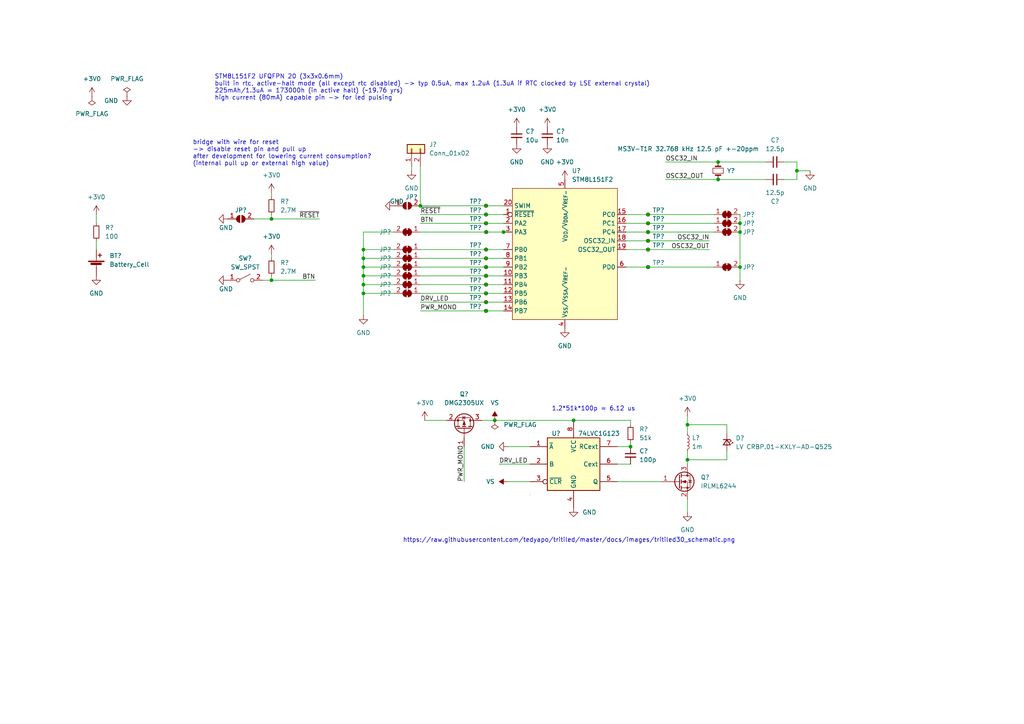
<source format=kicad_sch>
(kicad_sch (version 20211123) (generator eeschema)
  (paper "A4")
  (lib_symbols
    (symbol "Connector:TestPoint_Small" (pin_numbers hide) (pin_names (offset 0.762) hide)
      (property "Reference" "TP" (at 0 3.81 0))
      (property "Value" "TestPoint_Small" (at 0 2.032 0))
      (symbol "TestPoint_Small_0_1"
        (circle (center 0 0) (radius 0.508))
      )
      (symbol "TestPoint_Small_1_1"
        (pin passive line (at 0 0 90) (length 0) (name "1") (number "1"))
      )
    )
    (symbol "Connector_Generic:Conn_01x02" (pin_names (offset 1.016) hide)
      (property "Reference" "J" (at 0 2.54 0))
      (property "Value" "Conn_01x02" (at 0 -5.08 0))
      (symbol "Conn_01x02_1_1"
        (rectangle (start -1.27 -2.413) (end 0 -2.667) (stroke (width 0.1524)))
        (rectangle (start -1.27 0.127) (end 0 -0.127) (stroke (width 0.1524)))
        (rectangle (start -1.27 1.27) (end 1.27 -3.81) (stroke (width 0.254)) (fill (type background)))
        (pin passive line (at -5.08 0 0) (length 3.81) (name "Pin_1") (number "1"))
        (pin passive line (at -5.08 -2.54 0) (length 3.81) (name "Pin_2") (number "2"))
      )
    )
    (symbol "Device:Battery_Cell" (pin_numbers hide) (pin_names (offset 0) hide)
      (property "Reference" "BT" (at 2.54 2.54 0))
      (property "Value" "Battery_Cell" (at 2.54 0 0))
      (symbol "Battery_Cell_0_1"
        (rectangle (start -2.286 1.778) (end 2.286 1.524) (fill (type outline)))
        (rectangle (start -1.5748 1.1938) (end 1.4732 0.6858) (fill (type outline)))
        (polyline (pts (xy 0 0.762) (xy 0 0)))
        (polyline (pts (xy 0 1.778) (xy 0 2.54)))
        (polyline (pts (xy 0.508 3.429) (xy 1.524 3.429)) (stroke (width 0.254)))
        (polyline (pts (xy 1.016 3.937) (xy 1.016 2.921)) (stroke (width 0.254)))
      )
      (symbol "Battery_Cell_1_1"
        (pin passive line (at 0 5.08 270) (length 2.54) (name "+") (number "1"))
        (pin passive line (at 0 -2.54 90) (length 2.54) (name "-") (number "2"))
      )
    )
    (symbol "Device:C_Small" (pin_numbers hide) (pin_names (offset 0.254) hide)
      (property "Reference" "C" (at 0.254 1.778 0))
      (property "Value" "C_Small" (at 0.254 -2.032 0))
      (symbol "C_Small_0_1"
        (polyline (pts (xy -1.524 -0.508) (xy 1.524 -0.508)) (stroke (width 0.3302)))
        (polyline (pts (xy -1.524 0.508) (xy 1.524 0.508)) (stroke (width 0.3048)))
      )
      (symbol "C_Small_1_1"
        (pin passive line (at 0 2.54 270) (length 2.032) (name "~") (number "1"))
        (pin passive line (at 0 -2.54 90) (length 2.032) (name "~") (number "2"))
      )
    )
    (symbol "Device:Crystal_Small" (pin_numbers hide) (pin_names (offset 1.016) hide)
      (property "Reference" "Y" (at 0 2.54 0))
      (property "Value" "Crystal_Small" (at 0 -2.54 0))
      (symbol "Crystal_Small_0_1"
        (rectangle (start -0.762 -1.524) (end 0.762 1.524))
        (polyline (pts (xy -1.27 -0.762) (xy -1.27 0.762)) (stroke (width 0.381)))
        (polyline (pts (xy 1.27 -0.762) (xy 1.27 0.762)) (stroke (width 0.381)))
      )
      (symbol "Crystal_Small_1_1"
        (pin passive line (at -2.54 0 0) (length 1.27) (name "1") (number "1"))
        (pin passive line (at 2.54 0 180) (length 1.27) (name "2") (number "2"))
      )
    )
    (symbol "Device:LED_Small" (pin_numbers hide) (pin_names (offset 0.254) hide)
      (property "Reference" "D" (at -1.27 3.175 0))
      (property "Value" "LED_Small" (at -4.445 -2.54 0))
      (symbol "LED_Small_0_1"
        (polyline (pts (xy -0.762 -1.016) (xy -0.762 1.016)) (stroke (width 0.254)))
        (polyline (pts (xy 1.016 0) (xy -0.762 0)))
        (polyline (pts (xy 0.762 -1.016) (xy -0.762 0) (xy 0.762 1.016) (xy 0.762 -1.016)) (stroke (width 0.254)))
        (polyline (pts (xy 0 0.762) (xy -0.508 1.27) (xy -0.254 1.27) (xy -0.508 1.27) (xy -0.508 1.016)))
        (polyline (pts (xy 0.508 1.27) (xy 0 1.778) (xy 0.254 1.778) (xy 0 1.778) (xy 0 1.524)))
      )
      (symbol "LED_Small_1_1"
        (pin passive line (at -2.54 0 0) (length 1.778) (name "K") (number "1"))
        (pin passive line (at 2.54 0 180) (length 1.778) (name "A") (number "2"))
      )
    )
    (symbol "Device:L_Small" (pin_numbers hide) (pin_names (offset 0.254) hide)
      (property "Reference" "L" (at 0.762 1.016 0))
      (property "Value" "L_Small" (at 0.762 -1.016 0))
      (symbol "L_Small_0_1"
        (arc (start 0 -2.032) (mid 0.508 -1.524) (end 0 -1.016))
        (arc (start 0 -1.016) (mid 0.508 -0.508) (end 0 0))
        (arc (start 0 0) (mid 0.508 0.508) (end 0 1.016))
        (arc (start 0 1.016) (mid 0.508 1.524) (end 0 2.032))
      )
      (symbol "L_Small_1_1"
        (pin passive line (at 0 2.54 270) (length 0.508) (name "~") (number "1"))
        (pin passive line (at 0 -2.54 90) (length 0.508) (name "~") (number "2"))
      )
    )
    (symbol "Device:Q_NMOS_GSD" (pin_names (offset 0) hide)
      (property "Reference" "Q" (at 5.08 1.27 0))
      (property "Value" "Q_NMOS_GSD" (at 5.08 -1.27 0))
      (symbol "Q_NMOS_GSD_0_1"
        (polyline (pts (xy 0.254 0) (xy -2.54 0)))
        (polyline (pts (xy 0.254 1.905) (xy 0.254 -1.905)) (stroke (width 0.254)))
        (polyline (pts (xy 0.762 -1.27) (xy 0.762 -2.286)) (stroke (width 0.254)))
        (polyline (pts (xy 0.762 0.508) (xy 0.762 -0.508)) (stroke (width 0.254)))
        (polyline (pts (xy 0.762 2.286) (xy 0.762 1.27)) (stroke (width 0.254)))
        (polyline (pts (xy 2.54 2.54) (xy 2.54 1.778)))
        (polyline (pts (xy 2.54 -2.54) (xy 2.54 0) (xy 0.762 0)))
        (polyline (pts (xy 0.762 -1.778) (xy 3.302 -1.778) (xy 3.302 1.778) (xy 0.762 1.778)))
        (polyline (pts (xy 1.016 0) (xy 2.032 0.381) (xy 2.032 -0.381) (xy 1.016 0)) (fill (type outline)))
        (polyline (pts (xy 2.794 0.508) (xy 2.921 0.381) (xy 3.683 0.381) (xy 3.81 0.254)))
        (polyline (pts (xy 3.302 0.381) (xy 2.921 -0.254) (xy 3.683 -0.254) (xy 3.302 0.381)))
        (circle (center 1.651 0) (radius 2.794) (stroke (width 0.254)))
        (circle (center 2.54 -1.778) (radius 0.254) (fill (type outline)))
        (circle (center 2.54 1.778) (radius 0.254) (fill (type outline)))
      )
      (symbol "Q_NMOS_GSD_1_1"
        (pin input line (at -5.08 0 0) (length 2.54) (name "G") (number "1"))
        (pin passive line (at 2.54 -5.08 90) (length 2.54) (name "S") (number "2"))
        (pin passive line (at 2.54 5.08 270) (length 2.54) (name "D") (number "3"))
      )
    )
    (symbol "Device:Q_PMOS_GSD" (pin_names (offset 0) hide)
      (property "Reference" "Q" (at 5.08 1.27 0))
      (property "Value" "Q_PMOS_GSD" (at 5.08 -1.27 0))
      (symbol "Q_PMOS_GSD_0_1"
        (polyline (pts (xy 0.254 0) (xy -2.54 0)))
        (polyline (pts (xy 0.254 1.905) (xy 0.254 -1.905)) (stroke (width 0.254)))
        (polyline (pts (xy 0.762 -1.27) (xy 0.762 -2.286)) (stroke (width 0.254)))
        (polyline (pts (xy 0.762 0.508) (xy 0.762 -0.508)) (stroke (width 0.254)))
        (polyline (pts (xy 0.762 2.286) (xy 0.762 1.27)) (stroke (width 0.254)))
        (polyline (pts (xy 2.54 2.54) (xy 2.54 1.778)))
        (polyline (pts (xy 2.54 -2.54) (xy 2.54 0) (xy 0.762 0)))
        (polyline (pts (xy 0.762 1.778) (xy 3.302 1.778) (xy 3.302 -1.778) (xy 0.762 -1.778)))
        (polyline (pts (xy 2.286 0) (xy 1.27 0.381) (xy 1.27 -0.381) (xy 2.286 0)) (fill (type outline)))
        (polyline (pts (xy 2.794 -0.508) (xy 2.921 -0.381) (xy 3.683 -0.381) (xy 3.81 -0.254)))
        (polyline (pts (xy 3.302 -0.381) (xy 2.921 0.254) (xy 3.683 0.254) (xy 3.302 -0.381)))
        (circle (center 1.651 0) (radius 2.794) (stroke (width 0.254)))
        (circle (center 2.54 -1.778) (radius 0.254) (fill (type outline)))
        (circle (center 2.54 1.778) (radius 0.254) (fill (type outline)))
      )
      (symbol "Q_PMOS_GSD_1_1"
        (pin input line (at -5.08 0 0) (length 2.54) (name "G") (number "1"))
        (pin passive line (at 2.54 -5.08 90) (length 2.54) (name "S") (number "2"))
        (pin passive line (at 2.54 5.08 270) (length 2.54) (name "D") (number "3"))
      )
    )
    (symbol "Device:R_Small" (pin_numbers hide) (pin_names (offset 0.254) hide)
      (property "Reference" "R" (at 0.762 0.508 0))
      (property "Value" "R_Small" (at 0.762 -1.016 0))
      (symbol "R_Small_0_1"
        (rectangle (start -0.762 1.778) (end 0.762 -1.778) (stroke (width 0.2032)))
      )
      (symbol "R_Small_1_1"
        (pin passive line (at 0 2.54 270) (length 0.762) (name "~") (number "1"))
        (pin passive line (at 0 -2.54 90) (length 0.762) (name "~") (number "2"))
      )
    )
    (symbol "Jumper:SolderJumper_2_Bridged" (pin_names (offset 0) hide)
      (property "Reference" "JP" (at 0 2.032 0))
      (property "Value" "SolderJumper_2_Bridged" (at 0 -2.54 0))
      (symbol "SolderJumper_2_Bridged_0_1"
        (rectangle (start -0.508 0.508) (end 0.508 -0.508) (fill (type outline)))
        (arc (start -0.254 1.016) (mid -1.27 0) (end -0.254 -1.016))
        (arc (start -0.254 1.016) (mid -1.27 0) (end -0.254 -1.016) (fill (type outline)))
        (polyline (pts (xy -0.254 1.016) (xy -0.254 -1.016)))
        (polyline (pts (xy 0.254 1.016) (xy 0.254 -1.016)))
        (arc (start 0.254 -1.016) (mid 1.27 0) (end 0.254 1.016))
        (arc (start 0.254 -1.016) (mid 1.27 0) (end 0.254 1.016) (fill (type outline)))
      )
      (symbol "SolderJumper_2_Bridged_1_1"
        (pin passive line (at -3.81 0 0) (length 2.54) (name "A") (number "1"))
        (pin passive line (at 3.81 0 180) (length 2.54) (name "B") (number "2"))
      )
    )
    (symbol "Jumper:SolderJumper_2_Open" (pin_names (offset 0) hide)
      (property "Reference" "JP" (at 0 2.032 0))
      (property "Value" "SolderJumper_2_Open" (at 0 -2.54 0))
      (symbol "SolderJumper_2_Open_0_1"
        (arc (start -0.254 1.016) (mid -1.27 0) (end -0.254 -1.016))
        (arc (start -0.254 1.016) (mid -1.27 0) (end -0.254 -1.016) (fill (type outline)))
        (polyline (pts (xy -0.254 1.016) (xy -0.254 -1.016)))
        (polyline (pts (xy 0.254 1.016) (xy 0.254 -1.016)))
        (arc (start 0.254 -1.016) (mid 1.27 0) (end 0.254 1.016))
        (arc (start 0.254 -1.016) (mid 1.27 0) (end 0.254 1.016) (fill (type outline)))
      )
      (symbol "SolderJumper_2_Open_1_1"
        (pin passive line (at -3.81 0 0) (length 2.54) (name "A") (number "1"))
        (pin passive line (at 3.81 0 180) (length 2.54) (name "B") (number "2"))
      )
    )
    (symbol "Seppl_74xGxx:74LVC1G123"
      (property "Reference" "U" (at -5.08 8.89 0))
      (property "Value" "74LVC1G123" (at 1.27 8.89 0))
      (symbol "74LVC1G123_1_1"
        (rectangle (start -7.62 7.62) (end 7.62 -7.62) (stroke (width 0.254)) (fill (type background)))
        (pin input line (at -12.7 5.08 0) (length 5.08) (name "~{A}") (number "1"))
        (pin input line (at -12.7 0 0) (length 5.08) (name "B") (number "2"))
        (pin input inverted (at -12.7 -5.08 0) (length 5.08) (name "~{CLR}") (number "3"))
        (pin power_in line (at 0 -12.7 90) (length 5.08) (name "GND") (number "4"))
        (pin output line (at 12.7 -5.08 180) (length 5.08) (name "Q") (number "5"))
        (pin input line (at 12.7 0 180) (length 5.08) (name "Cext") (number "6"))
        (pin input line (at 12.7 5.08 180) (length 5.08) (name "RCext") (number "7"))
        (pin power_in line (at 0 12.7 270) (length 5.08) (name "VCC") (number "8"))
      )
    )
    (symbol "Seppl_MCU_ST_STM8:STM8L151F2"
      (property "Reference" "U" (at -10.16 38.735 0))
      (property "Value" "STM8L151F2" (at -10.16 36.83 0))
      (symbol "STM8L151F2_0_0"
        (pin bidirectional inverted (at -17.78 27.94 0) (length 2.54) (name "~{RESET}") (number "1"))
        (pin bidirectional line (at -17.78 10.16 0) (length 2.54) (name "PB3") (number "10"))
        (pin bidirectional line (at -17.78 7.62 0) (length 2.54) (name "PB4") (number "11"))
        (pin bidirectional line (at -17.78 5.08 0) (length 2.54) (name "PB5") (number "12"))
        (pin bidirectional line (at -17.78 2.54 0) (length 2.54) (name "PB6") (number "13"))
        (pin bidirectional line (at -17.78 0 0) (length 2.54) (name "PB7") (number "14"))
        (pin bidirectional line (at 17.78 27.94 180) (length 2.54) (name "PC0") (number "15"))
        (pin bidirectional line (at 17.78 25.4 180) (length 2.54) (name "PC1") (number "16"))
        (pin bidirectional line (at 17.78 22.86 180) (length 2.54) (name "PC4") (number "17"))
        (pin bidirectional line (at 17.78 20.32 180) (length 2.54) (name "PC5") (number "18") (alternate "OSC32_IN" input line))
        (pin bidirectional line (at 17.78 17.78 180) (length 2.54) (name "PC6") (number "19") (alternate "OSC32_OUT" output line))
        (pin bidirectional line (at -17.78 25.4 0) (length 2.54) (name "PA2") (number "2"))
        (pin bidirectional line (at -17.78 30.48 0) (length 2.54) (name "PA0") (number "20") (alternate "SWIM" bidirectional line))
        (pin bidirectional line (at -17.78 22.86 0) (length 2.54) (name "PA3") (number "3"))
        (pin power_in line (at 0 -5.08 90) (length 2.54) (name "V_{SS}/V_{SSA}/V_{REF-}") (number "4"))
        (pin power_in line (at 0 38.1 270) (length 2.54) (name "V_{DD}/V_{DDA}/V_{REF-}") (number "5"))
        (pin bidirectional line (at 17.78 12.7 180) (length 2.54) (name "PD0") (number "6"))
        (pin bidirectional line (at -17.78 17.78 0) (length 2.54) (name "PB0") (number "7"))
        (pin bidirectional line (at -17.78 15.24 0) (length 2.54) (name "PB1") (number "8"))
        (pin bidirectional line (at -17.78 12.7 0) (length 2.54) (name "PB2") (number "9"))
      )
      (symbol "STM8L151F2_0_1"
        (rectangle (start -15.24 35.56) (end 15.24 -2.54) (fill (type background)))
        (rectangle (start -10.16 -53.34) (end -10.16 -53.34) (stroke (width 0.1524)))
      )
    )
    (symbol "Switch:SW_SPST" (pin_names (offset 0) hide)
      (property "Reference" "SW" (at 0 3.175 0))
      (property "Value" "SW_SPST" (at 0 -2.54 0))
      (symbol "SW_SPST_0_0"
        (circle (center -2.032 0) (radius 0.508))
        (polyline (pts (xy -1.524 0.254) (xy 1.524 1.778)))
        (circle (center 2.032 0) (radius 0.508))
      )
      (symbol "SW_SPST_1_1"
        (pin passive line (at -5.08 0 0) (length 2.54) (name "A") (number "1"))
        (pin passive line (at 5.08 0 180) (length 2.54) (name "B") (number "2"))
      )
    )
    (symbol "power:+3V0" (power) (pin_names (offset 0))
      (property "Value" "+3V0" (at 0 3.556 0))
      (symbol "+3V0_0_1"
        (polyline (pts (xy -0.762 1.27) (xy 0 2.54)))
        (polyline (pts (xy 0 0) (xy 0 2.54)))
        (polyline (pts (xy 0 2.54) (xy 0.762 1.27)))
      )
      (symbol "+3V0_1_1"
        (pin power_in line (at 0 0 90) (length 0) hide (name "+3V0") (number "1"))
      )
    )
    (symbol "power:GND" (power) (pin_names (offset 0))
      (property "Value" "GND" (at 0 -3.81 0))
      (symbol "GND_0_1"
        (polyline (pts (xy 0 0) (xy 0 -1.27) (xy 1.27 -1.27) (xy 0 -2.54) (xy -1.27 -1.27) (xy 0 -1.27)))
      )
      (symbol "GND_1_1"
        (pin power_in line (at 0 0 270) (length 0) hide (name "GND") (number "1"))
      )
    )
    (symbol "power:PWR_FLAG" (power) (pin_numbers hide) (pin_names (offset 0) hide)
      (property "Value" "PWR_FLAG" (at 0 3.81 0))
      (symbol "PWR_FLAG_0_0"
        (pin power_out line (at 0 0 90) (length 0) (name "pwr") (number "1"))
      )
      (symbol "PWR_FLAG_0_1"
        (polyline (pts (xy 0 0) (xy 0 1.27) (xy -1.016 1.905) (xy 0 2.54) (xy 1.016 1.905) (xy 0 1.27)))
      )
    )
    (symbol "power:VS" (power) (pin_names (offset 0))
      (property "Value" "VS" (at 0 3.81 0))
      (symbol "VS_0_1"
        (polyline (pts (xy 0 0) (xy 0 2.54)))
        (polyline (pts (xy 0.762 1.27) (xy -0.762 1.27) (xy 0 2.54) (xy 0.762 1.27)) (fill (type outline)))
      )
      (symbol "VS_1_1"
        (pin power_in line (at 0 0 90) (length 0) hide (name "VS") (number "1"))
      )
    )
  )
  (junction (at 231.14 49.53))
  (junction (at 140.97 62.23))
  (junction (at 140.97 90.17))
  (junction (at 143.51 121.92))
  (junction (at 214.63 64.77))
  (junction (at 105.41 80.01))
  (junction (at 140.97 80.01))
  (junction (at 140.97 85.09))
  (junction (at 182.88 129.54))
  (junction (at 141.0135 67.31))
  (junction (at 214.63 77.47))
  (junction (at 199.39 133.35))
  (junction (at 105.41 77.47))
  (junction (at 105.41 74.93))
  (junction (at 140.97 82.55))
  (junction (at 140.97 64.77))
  (junction (at 105.41 82.55))
  (junction (at 140.97 72.39))
  (junction (at 105.41 85.09))
  (junction (at 140.97 87.63))
  (junction (at 187.96 72.39))
  (junction (at 121.92 59.69))
  (junction (at 187.96 77.47))
  (junction (at 208.28 52.07))
  (junction (at 187.96 64.77))
  (junction (at 187.96 67.31))
  (junction (at 208.28 46.99))
  (junction (at 78.74 63.5))
  (junction (at 140.97 74.93))
  (junction (at 187.96 62.23))
  (junction (at 214.63 67.31))
  (junction (at 187.96 69.85))
  (junction (at 166.37 121.92))
  (junction (at 78.74 81.28))
  (junction (at 199.39 123.19))
  (junction (at 105.41 72.39))
  (junction (at 140.97 77.47))
  (junction (at 146.05 67.31))
  (junction (at 140.97 59.69))
  (wire (pts (xy 193.04 46.99) (xy 208.28 46.99)))
  (wire (pts (xy 199.39 125.73) (xy 199.39 123.19)))
  (wire (pts (xy 147.32 129.54) (xy 153.67 129.54)))
  (wire (pts (xy 140.97 59.69) (xy 146.05 59.69)))
  (wire (pts (xy 143.51 121.92) (xy 166.37 121.92)))
  (wire (pts (xy 78.74 55.88) (xy 78.74 57.15)))
  (wire (pts (xy 193.04 52.07) (xy 208.28 52.07)))
  (wire (pts (xy 231.14 49.53) (xy 231.14 52.07)))
  (wire (pts (xy 181.61 64.77) (xy 187.96 64.77)))
  (wire (pts (xy 114.3 67.31) (xy 105.41 67.31)))
  (wire (pts (xy 147.32 139.7) (xy 153.67 139.7)))
  (wire (pts (xy 214.63 67.31) (xy 214.63 77.47)))
  (wire (pts (xy 182.88 129.54) (xy 179.07 129.54)))
  (wire (pts (xy 78.74 63.5) (xy 92.71 63.5)))
  (wire (pts (xy 182.88 121.92) (xy 182.88 123.19)))
  (wire (pts (xy 105.41 80.01) (xy 114.3 80.01)))
  (wire (pts (xy 187.96 69.85) (xy 205.74 69.85)))
  (wire (pts (xy 187.96 64.77) (xy 207.01 64.77)))
  (wire (pts (xy 105.41 82.55) (xy 114.3 82.55)))
  (wire (pts (xy 105.41 85.09) (xy 114.3 85.09)))
  (wire (pts (xy 119.38 48.26) (xy 119.38 49.53)))
  (wire (pts (xy 199.39 123.19) (xy 210.82 123.19)))
  (wire (pts (xy 78.74 81.28) (xy 76.2 81.28)))
  (wire (pts (xy 140.97 90.17) (xy 146.05 90.17)))
  (wire (pts (xy 105.41 85.09) (xy 105.41 91.44)))
  (wire (pts (xy 144.78 134.62) (xy 153.67 134.62)))
  (wire (pts (xy 199.39 144.78) (xy 199.39 148.59)))
  (wire (pts (xy 187.96 67.31) (xy 207.01 67.31)))
  (wire (pts (xy 181.61 77.47) (xy 187.96 77.47)))
  (wire (pts (xy 210.82 123.19) (xy 210.82 125.73)))
  (wire (pts (xy 139.7 121.92) (xy 143.51 121.92)))
  (wire (pts (xy 166.37 121.92) (xy 182.88 121.92)))
  (wire (pts (xy 27.94 69.85) (xy 27.94 72.39)))
  (wire (pts (xy 140.97 87.63) (xy 146.05 87.63)))
  (wire (pts (xy 78.74 62.23) (xy 78.74 63.5)))
  (wire (pts (xy 141.0135 67.31) (xy 146.05 67.31)))
  (wire (pts (xy 182.88 134.62) (xy 179.07 134.62)))
  (wire (pts (xy 146.05 67.31) (xy 146.0935 67.31)))
  (wire (pts (xy 181.61 69.85) (xy 187.96 69.85)))
  (wire (pts (xy 199.39 133.35) (xy 199.39 134.62)))
  (wire (pts (xy 214.63 77.47) (xy 214.63 81.28)))
  (wire (pts (xy 210.82 133.35) (xy 199.39 133.35)))
  (wire (pts (xy 78.74 80.01) (xy 78.74 81.28)))
  (wire (pts (xy 123.19 121.92) (xy 129.54 121.92)))
  (wire (pts (xy 181.61 62.23) (xy 187.96 62.23)))
  (wire (pts (xy 105.41 67.31) (xy 105.41 72.39)))
  (wire (pts (xy 140.97 74.93) (xy 146.05 74.93)))
  (wire (pts (xy 214.63 64.77) (xy 214.63 67.31)))
  (wire (pts (xy 208.28 46.99) (xy 222.25 46.99)))
  (wire (pts (xy 231.14 49.53) (xy 234.95 49.53)))
  (wire (pts (xy 73.66 63.5) (xy 78.74 63.5)))
  (wire (pts (xy 105.41 72.39) (xy 105.41 74.93)))
  (wire (pts (xy 140.97 85.09) (xy 146.05 85.09)))
  (wire (pts (xy 199.39 120.65) (xy 199.39 123.19)))
  (wire (pts (xy 187.96 72.39) (xy 205.74 72.39)))
  (wire (pts (xy 181.61 67.31) (xy 187.96 67.31)))
  (wire (pts (xy 140.97 72.39) (xy 146.05 72.39)))
  (wire (pts (xy 121.92 74.93) (xy 140.97 74.93)))
  (wire (pts (xy 182.88 128.27) (xy 182.88 129.54)))
  (wire (pts (xy 121.92 64.77) (xy 140.97 64.77)))
  (wire (pts (xy 91.44 81.28) (xy 78.74 81.28)))
  (wire (pts (xy 227.33 52.07) (xy 231.14 52.07)))
  (wire (pts (xy 121.92 85.09) (xy 140.97 85.09)))
  (wire (pts (xy 121.92 80.01) (xy 140.97 80.01)))
  (wire (pts (xy 121.92 82.55) (xy 140.97 82.55)))
  (wire (pts (xy 214.63 62.23) (xy 214.63 64.77)))
  (wire (pts (xy 78.74 74.93) (xy 78.74 73.66)))
  (wire (pts (xy 121.92 67.31) (xy 140.97 67.31)))
  (wire (pts (xy 121.92 59.69) (xy 140.97 59.69)))
  (wire (pts (xy 187.96 62.23) (xy 207.01 62.23)))
  (wire (pts (xy 121.92 48.26) (xy 121.92 59.69)))
  (wire (pts (xy 105.41 77.47) (xy 105.41 80.01)))
  (wire (pts (xy 140.97 62.23) (xy 146.05 62.23)))
  (wire (pts (xy 179.07 139.7) (xy 191.77 139.7)))
  (wire (pts (xy 121.92 87.63) (xy 140.97 87.63)))
  (wire (pts (xy 231.14 46.99) (xy 231.14 49.53)))
  (wire (pts (xy 121.92 62.23) (xy 140.97 62.23)))
  (wire (pts (xy 210.82 130.81) (xy 210.82 133.35)))
  (wire (pts (xy 199.39 130.81) (xy 199.39 133.35)))
  (wire (pts (xy 121.92 77.47) (xy 140.97 77.47)))
  (wire (pts (xy 105.41 77.47) (xy 114.3 77.47)))
  (wire (pts (xy 105.41 82.55) (xy 105.41 85.09)))
  (wire (pts (xy 105.41 80.01) (xy 105.41 82.55)))
  (wire (pts (xy 121.92 72.39) (xy 140.97 72.39)))
  (wire (pts (xy 134.62 139.7) (xy 134.62 129.54)))
  (wire (pts (xy 208.28 52.07) (xy 222.25 52.07)))
  (wire (pts (xy 121.92 90.17) (xy 140.97 90.17)))
  (wire (pts (xy 140.97 80.01) (xy 146.05 80.01)))
  (wire (pts (xy 140.97 82.55) (xy 146.05 82.55)))
  (wire (pts (xy 105.41 74.93) (xy 114.3 74.93)))
  (wire (pts (xy 105.41 72.39) (xy 114.3 72.39)))
  (wire (pts (xy 140.97 64.77) (xy 146.05 64.77)))
  (wire (pts (xy 140.97 77.47) (xy 146.05 77.47)))
  (wire (pts (xy 181.61 72.39) (xy 187.96 72.39)))
  (wire (pts (xy 187.96 77.47) (xy 207.01 77.47)))
  (wire (pts (xy 27.94 62.23) (xy 27.94 64.77)))
  (wire (pts (xy 227.33 46.99) (xy 231.14 46.99)))
  (wire (pts (xy 105.41 74.93) (xy 105.41 77.47)))
  (text "1.2*51k*100p = 6.12 us" (at 160.02 119.38 0) (effects (font (size 1.27 1.27)) (justify left bottom)))
  (text "STM8L151F2 UFQFPN 20 (3x3x0.6mm)\nbuilt in rtc, active-halt mode (all except rtc disabled) -> typ 0.5uA, max 1.2uA (1.3uA if RTC clocked by LSE external crystal)\n225mAh/1.3uA = 173000h (in active halt) (~19.76 yrs)\nhigh current (80mA) capable pin -> for led pulsing" (at 62.23 29.21 0) (effects (font (size 1.27 1.27)) (justify left bottom)))
  (text "bridge with wire for reset\n-> disable reset pin and pull up\nafter development for lowering current consumption?\n(internal pull up or external high value)" (at 55.88 48.26 0) (effects (font (size 1.27 1.27)) (justify left bottom)))
  (text "https://raw.githubusercontent.com/tedyapo/tritiled/master/docs/images/tritiled30_schematic.png" (at 116.84 157.48 0) (effects (font (size 1.27 1.27)) (justify left bottom)))
  (label "DRV_LED" (at 121.92 87.63 0))
  (label "BTN" (at 121.92 64.77 0))
  (label "BTN" (at 91.44 81.28 180))
  (label "OSC32_IN" (at 193.04 46.99 0))
  (label "PWR_MONO" (at 134.62 139.7 90))
  (label "OSC32_OUT" (at 205.74 72.39 180))
  (label "DRV_LED" (at 144.78 134.62 0))
  (label "PWR_MONO" (at 121.92 90.17 0))
  (label "OSC32_OUT" (at 193.04 52.07 0))
  (label "~{RESET}" (at 92.71 63.5 180))
  (label "OSC32_IN" (at 205.74 69.85 180))
  (label "~{RESET}" (at 121.92 62.23 0))
  (symbol (lib_id "Connector:TestPoint_Small") (at 187.96 69.85 0) (unit 1)
    (property "Reference" "TP?" (at 189.23 68.58 0) (effects (justify left)))
    (property "Value" "TestPoint_Small" (effects hide))
  )
  (symbol (lib_id "Connector:TestPoint_Small") (at 140.97 82.55 0) (mirror y) (unit 1)
    (property "Reference" "TP?" (at 139.7 81.28 0) (effects (justify left)))
    (property "Value" "TestPoint_Small" (effects hide))
  )
  (symbol (lib_id "power:GND") (at 105.41 91.44 0) (unit 1)
    (property "Reference" "#PWR?" (effects hide))
    (property "Value" "GND" (at 105.41 96.52 0))
  )
  (symbol (lib_id "Connector:TestPoint_Small") (at 141.0135 67.31 0) (mirror y) (unit 1)
    (property "Reference" "TP?" (at 139.7435 66.04 0) (effects (justify left)))
    (property "Value" "TestPoint_Small" (effects hide))
  )
  (symbol (lib_id "power:+3V0") (at 26.67 27.94 0) (unit 1)
    (property "Reference" "#PWR?" (effects hide))
    (property "Value" "+3V0" (at 26.67 22.86 0))
  )
  (symbol (lib_id "Connector:TestPoint_Small") (at 140.97 62.23 0) (mirror y) (unit 1)
    (property "Reference" "TP?" (at 139.7 60.96 0) (effects (justify left)))
    (property "Value" "TestPoint_Small" (effects hide))
  )
  (symbol (lib_id "power:GND") (at 234.95 49.53 0) (unit 1)
    (property "Reference" "#PWR?" (effects hide))
    (property "Value" "GND" (at 234.95 54.61 0))
  )
  (symbol (lib_id "Jumper:SolderJumper_2_Bridged") (at 118.11 82.55 0) (mirror y) (unit 1)
    (property "Reference" "JP?" (at 111.76 82.55 0))
    (property "Value" "SolderJumper_2_Bridged" (effects hide))
  )
  (symbol (lib_id "Jumper:SolderJumper_2_Open") (at 118.11 59.69 0) (unit 1)
    (property "Reference" "JP?" (at 119.38 57.15 0))
    (property "Value" "SolderJumper_2_Open" (effects hide))
  )
  (symbol (lib_id "Jumper:SolderJumper_2_Bridged") (at 210.82 67.31 0) (unit 1)
    (property "Reference" "JP?" (at 217.17 67.31 0))
    (property "Value" "SolderJumper_2_Bridged" (effects hide))
  )
  (symbol (lib_id "power:GND") (at 214.63 81.28 0) (unit 1)
    (property "Reference" "#PWR?" (effects hide))
    (property "Value" "GND" (at 214.63 86.36 0))
  )
  (symbol (lib_id "power:+3V0") (at 27.94 62.23 0) (unit 1)
    (property "Reference" "#PWR?" (effects hide))
    (property "Value" "+3V0" (at 27.94 57.15 0))
  )
  (symbol (lib_id "Device:Crystal_Small") (at 208.28 49.53 90) (unit 1)
    (property "Reference" "Y?" (at 210.82 49.53 90) (effects (justify right)))
    (property "Value" "MS3V-T1R 32.768 kHz 12.5 pF +-20ppm" (at 179.07 43.18 90) (effects (justify right)))
  )
  (symbol (lib_id "Jumper:SolderJumper_2_Open") (at 69.85 63.5 0) (unit 1)
    (property "Reference" "JP?" (at 69.85 60.96 0))
    (property "Value" "SolderJumper_2_Open" (effects hide))
  )
  (symbol (lib_id "Connector:TestPoint_Small") (at 140.97 87.63 0) (mirror y) (unit 1)
    (property "Reference" "TP?" (at 139.7 86.36 0) (effects (justify left)))
    (property "Value" "TestPoint_Small" (effects hide))
  )
  (symbol (lib_id "Jumper:SolderJumper_2_Bridged") (at 118.11 67.31 0) (mirror y) (unit 1)
    (property "Reference" "JP?" (at 111.76 67.31 0))
    (property "Value" "SolderJumper_2_Bridged" (effects hide))
  )
  (symbol (lib_id "Connector:TestPoint_Small") (at 187.96 62.23 0) (unit 1)
    (property "Reference" "TP?" (at 189.23 60.96 0) (effects (justify left)))
    (property "Value" "TestPoint_Small" (effects hide))
  )
  (symbol (lib_id "Device:C_Small") (at 182.88 132.08 0) (unit 1)
    (property "Reference" "C?" (at 185.42 130.8162 0) (effects (justify left)))
    (property "Value" "100p" (at 185.42 133.3562 0) (effects (justify left)))
  )
  (symbol (lib_id "Device:R_Small") (at 78.74 77.47 0) (unit 1)
    (property "Reference" "R?" (at 81.28 76.1999 0) (effects (justify left)))
    (property "Value" "2.7M" (at 81.28 78.7399 0) (effects (justify left)))
  )
  (symbol (lib_id "Jumper:SolderJumper_2_Bridged") (at 118.11 72.39 0) (mirror y) (unit 1)
    (property "Reference" "JP?" (at 111.76 72.39 0))
    (property "Value" "SolderJumper_2_Bridged" (effects hide))
  )
  (symbol (lib_id "Connector:TestPoint_Small") (at 140.97 85.09 0) (mirror y) (unit 1)
    (property "Reference" "TP?" (at 139.7 83.82 0) (effects (justify left)))
    (property "Value" "TestPoint_Small" (effects hide))
  )
  (symbol (lib_id "Jumper:SolderJumper_2_Bridged") (at 210.82 62.23 0) (unit 1)
    (property "Reference" "JP?" (at 217.17 62.23 0))
    (property "Value" "SolderJumper_2_Bridged" (effects hide))
  )
  (symbol (lib_id "Device:LED_Small") (at 210.82 128.27 270) (unit 1)
    (property "Reference" "D?" (at 213.36 127.0634 90) (effects (justify left)))
    (property "Value" "LV CRBP.01-KXLY-AD-Q525" (at 213.36 129.6034 90) (effects (justify left)))
  )
  (symbol (lib_id "Connector:TestPoint_Small") (at 187.96 64.77 0) (unit 1)
    (property "Reference" "TP?" (at 189.23 63.5 0) (effects (justify left)))
    (property "Value" "TestPoint_Small" (effects hide))
  )
  (symbol (lib_id "power:GND") (at 158.75 41.91 0) (unit 1)
    (property "Reference" "#PWR?" (effects hide))
    (property "Value" "GND" (at 158.75 46.99 0))
  )
  (symbol (lib_id "Connector_Generic:Conn_01x02") (at 119.38 43.18 90) (unit 1)
    (property "Reference" "J?" (at 124.46 41.9099 90) (effects (justify right)))
    (property "Value" "Conn_01x02" (at 124.46 44.4499 90) (effects (justify right)))
  )
  (symbol (lib_id "Connector:TestPoint_Small") (at 140.97 74.93 0) (mirror y) (unit 1)
    (property "Reference" "TP?" (at 139.7 73.66 0) (effects (justify left)))
    (property "Value" "TestPoint_Small" (effects hide))
  )
  (symbol (lib_id "power:+3V0") (at 158.75 36.83 0) (unit 1)
    (property "Reference" "#PWR?" (effects hide))
    (property "Value" "+3V0" (at 158.75 31.75 0))
  )
  (symbol (lib_id "Connector:TestPoint_Small") (at 140.97 90.17 0) (mirror y) (unit 1)
    (property "Reference" "TP?" (at 139.7 88.9 0) (effects (justify left)))
    (property "Value" "TestPoint_Small" (effects hide))
  )
  (symbol (lib_id "Switch:SW_SPST") (at 71.12 81.28 0) (unit 1)
    (property "Reference" "SW?" (at 71.12 74.93 0))
    (property "Value" "SW_SPST" (at 71.12 77.47 0))
  )
  (symbol (lib_id "power:PWR_FLAG") (at 143.51 121.92 180) (unit 1)
    (property "Reference" "#FLG?" (effects hide))
    (property "Value" "PWR_FLAG" (at 146.05 123.1899 0) (effects (justify right)))
  )
  (symbol (lib_id "Device:L_Small") (at 199.39 128.27 0) (unit 1)
    (property "Reference" "L?" (at 200.66 126.9999 0) (effects (justify left)))
    (property "Value" "1m" (at 200.66 129.5399 0) (effects (justify left)))
  )
  (symbol (lib_id "Jumper:SolderJumper_2_Bridged") (at 118.11 74.93 0) (mirror y) (unit 1)
    (property "Reference" "JP?" (at 111.76 74.93 0))
    (property "Value" "SolderJumper_2_Bridged" (effects hide))
  )
  (symbol (lib_id "Device:R_Small") (at 182.88 125.73 0) (unit 1)
    (property "Reference" "R?" (at 185.42 124.4599 0) (effects (justify left)))
    (property "Value" "51k" (at 185.42 126.9999 0) (effects (justify left)))
  )
  (symbol (lib_id "power:GND") (at 114.3 59.69 270) (unit 1)
    (property "Reference" "#PWR?" (effects hide))
    (property "Value" "GND" (at 113.03 58.42 90) (effects (justify left)))
  )
  (symbol (lib_id "Connector:TestPoint_Small") (at 187.96 72.39 0) (unit 1)
    (property "Reference" "TP?" (at 189.23 71.12 0) (effects (justify left)))
    (property "Value" "TestPoint_Small" (effects hide))
  )
  (symbol (lib_id "power:GND") (at 36.83 27.94 0) (unit 1)
    (property "Reference" "#PWR?" (effects hide))
    (property "Value" "GND" (at 34.29 29.2101 0) (effects (justify right)))
  )
  (symbol (lib_id "power:GND") (at 27.94 80.01 0) (unit 1)
    (property "Reference" "#PWR?" (effects hide))
    (property "Value" "GND" (at 27.94 85.09 0))
  )
  (symbol (lib_id "Connector:TestPoint_Small") (at 140.97 59.69 0) (mirror y) (unit 1)
    (property "Reference" "TP?" (at 139.7 58.42 0) (effects (justify left)))
    (property "Value" "TestPoint_Small" (effects hide))
  )
  (symbol (lib_id "power:GND") (at 163.83 95.25 0) (unit 1)
    (property "Reference" "#PWR?" (effects hide))
    (property "Value" "GND" (at 163.83 100.33 0))
  )
  (symbol (lib_id "Device:C_Small") (at 224.79 52.07 270) (mirror x) (unit 1)
    (property "Reference" "C?" (at 224.79 58.42 90))
    (property "Value" "12.5p" (at 224.79 55.88 90))
  )
  (symbol (lib_id "Jumper:SolderJumper_2_Bridged") (at 210.82 64.77 0) (unit 1)
    (property "Reference" "JP?" (at 217.17 64.77 0))
    (property "Value" "SolderJumper_2_Bridged" (effects hide))
  )
  (symbol (lib_id "power:GND") (at 166.37 147.32 0) (unit 1)
    (property "Reference" "#PWR?" (effects hide))
    (property "Value" "GND" (at 168.91 148.5899 0) (effects (justify left)))
  )
  (symbol (lib_id "power:GND") (at 199.39 148.59 0) (unit 1)
    (property "Reference" "#PWR?" (effects hide))
    (property "Value" "GND" (at 199.39 153.67 0))
  )
  (symbol (lib_id "Connector:TestPoint_Small") (at 140.97 80.01 0) (mirror y) (unit 1)
    (property "Reference" "TP?" (at 139.7 78.74 0) (effects (justify left)))
    (property "Value" "TestPoint_Small" (effects hide))
  )
  (symbol (lib_id "power:+3V0") (at 199.39 120.65 0) (unit 1)
    (property "Reference" "#PWR?" (effects hide))
    (property "Value" "+3V0" (at 199.39 115.57 0))
  )
  (symbol (lib_id "power:+3V0") (at 163.83 52.07 0) (unit 1)
    (property "Reference" "#PWR?" (effects hide))
    (property "Value" "+3V0" (at 163.83 46.99 0))
  )
  (symbol (lib_id "Device:Battery_Cell") (at 27.94 77.47 0) (unit 1)
    (property "Reference" "BT?" (at 31.75 74.1679 0) (effects (justify left)))
    (property "Value" "Battery_Cell" (at 31.75 76.7079 0) (effects (justify left)))
    (property "Footprint" "Battery:BatteryHolder_Keystone_1060_1x2032" (effects hide))
  )
  (symbol (lib_id "Jumper:SolderJumper_2_Bridged") (at 118.11 85.09 0) (mirror y) (unit 1)
    (property "Reference" "JP?" (at 111.76 85.09 0))
    (property "Value" "SolderJumper_2_Bridged" (effects hide))
  )
  (symbol (lib_id "Connector:TestPoint_Small") (at 140.97 64.77 0) (mirror y) (unit 1)
    (property "Reference" "TP?" (at 139.7 63.5 0) (effects (justify left)))
    (property "Value" "TestPoint_Small" (effects hide))
  )
  (symbol (lib_id "power:GND") (at 149.86 41.91 0) (unit 1)
    (property "Reference" "#PWR?" (effects hide))
    (property "Value" "GND" (at 149.86 46.99 0))
  )
  (symbol (lib_id "Connector:TestPoint_Small") (at 187.96 77.47 0) (unit 1)
    (property "Reference" "TP?" (at 189.23 76.2 0) (effects (justify left)))
    (property "Value" "TestPoint_Small" (effects hide))
  )
  (symbol (lib_id "Jumper:SolderJumper_2_Bridged") (at 118.11 80.01 0) (mirror y) (unit 1)
    (property "Reference" "JP?" (at 111.76 80.01 0))
    (property "Value" "SolderJumper_2_Bridged" (effects hide))
  )
  (symbol (lib_id "Connector:TestPoint_Small") (at 187.96 67.31 0) (unit 1)
    (property "Reference" "TP?" (at 189.23 66.04 0) (effects (justify left)))
    (property "Value" "TestPoint_Small" (effects hide))
  )
  (symbol (lib_id "Device:R_Small") (at 27.94 67.31 0) (unit 1)
    (property "Reference" "R?" (at 30.48 66.0399 0) (effects (justify left)))
    (property "Value" "100" (at 30.48 68.5799 0) (effects (justify left)))
  )
  (symbol (lib_id "Seppl_MCU_ST_STM8:STM8L151F2") (at 163.83 90.17 0) (unit 1)
    (property "Reference" "U?" (at 165.8494 49.53 0) (effects (justify left)))
    (property "Value" "STM8L151F2" (at 165.8494 52.07 0) (effects (justify left)))
    (property "Footprint" "Seppl_Package_DFN_QFN:ST_UFQFPN-20_3x3mm_P0.5mm" (effects hide))
    (property "Datasheet" "https://www.st.com/resource/en/datasheet/stm8l151f2.pdf" (effects hide))
    (pin "18" (alternate "OSC32_IN"))
    (pin "19" (alternate "OSC32_OUT"))
    (pin "20" (alternate "SWIM"))
  )
  (symbol (lib_id "Device:C_Small") (at 158.75 39.37 0) (unit 1)
    (property "Reference" "C?" (at 161.29 38.1062 0) (effects (justify left)))
    (property "Value" "10n" (at 161.29 40.6462 0) (effects (justify left)))
  )
  (symbol (lib_id "Device:Q_PMOS_GSD") (at 134.62 124.46 270) (mirror x) (unit 1)
    (property "Reference" "Q?" (at 134.62 114.3 90))
    (property "Value" "DMG2305UX" (at 134.62 116.84 90))
  )
  (symbol (lib_id "Jumper:SolderJumper_2_Bridged") (at 210.82 77.47 0) (unit 1)
    (property "Reference" "JP?" (at 217.17 77.47 0))
    (property "Value" "SolderJumper_2_Bridged" (effects hide))
  )
  (symbol (lib_id "power:PWR_FLAG") (at 36.83 27.94 0) (unit 1)
    (property "Reference" "#FLG?" (effects hide))
    (property "Value" "PWR_FLAG" (at 36.83 22.86 0))
  )
  (symbol (lib_id "power:GND") (at 119.38 49.53 0) (unit 1)
    (property "Reference" "#PWR?" (effects hide))
    (property "Value" "GND" (at 119.38 54.61 0))
  )
  (symbol (lib_id "power:+3V0") (at 78.74 73.66 0) (unit 1)
    (property "Reference" "#PWR?" (effects hide))
    (property "Value" "+3V0" (at 78.74 68.58 0))
  )
  (symbol (lib_id "power:+3V0") (at 123.19 121.92 0) (unit 1)
    (property "Reference" "#PWR?" (effects hide))
    (property "Value" "+3V0" (at 123.19 116.84 0))
  )
  (symbol (lib_id "Device:C_Small") (at 224.79 46.99 90) (unit 1)
    (property "Reference" "C?" (at 224.7963 40.64 90))
    (property "Value" "12.5p" (at 224.7963 43.18 90))
  )
  (symbol (lib_id "power:GND") (at 66.04 63.5 270) (unit 1)
    (property "Reference" "#PWR?" (effects hide))
    (property "Value" "GND" (at 63.5 66.04 90) (effects (justify left)))
  )
  (symbol (lib_id "Device:Q_NMOS_GSD") (at 196.85 139.7 0) (unit 1)
    (property "Reference" "Q?" (at 203.2 138.4299 0) (effects (justify left)))
    (property "Value" "IRLML6244" (at 203.2 140.9699 0) (effects (justify left)))
  )
  (symbol (lib_id "Connector:TestPoint_Small") (at 140.97 77.47 0) (mirror y) (unit 1)
    (property "Reference" "TP?" (at 139.7 76.2 0) (effects (justify left)))
    (property "Value" "TestPoint_Small" (effects hide))
  )
  (symbol (lib_id "power:VS") (at 147.32 139.7 90) (unit 1)
    (property "Reference" "#PWR?" (effects hide))
    (property "Value" "VS" (at 143.51 139.6999 90) (effects (justify left)))
  )
  (symbol (lib_id "power:GND") (at 147.32 129.54 270) (unit 1)
    (property "Reference" "#PWR?" (effects hide))
    (property "Value" "GND" (at 143.51 129.5399 90) (effects (justify right)))
  )
  (symbol (lib_id "Connector:TestPoint_Small") (at 140.97 72.39 0) (mirror y) (unit 1)
    (property "Reference" "TP?" (at 139.7 71.12 0) (effects (justify left)))
    (property "Value" "TestPoint_Small" (effects hide))
  )
  (symbol (lib_id "Seppl_74xGxx:74LVC1G123") (at 166.37 134.62 0) (unit 1)
    (property "Reference" "U?" (at 161.29 125.73 0))
    (property "Value" "74LVC1G123" (at 167.64 125.73 0) (effects (justify left)))
    (property "Footprint" "Package_BGA:Texas_DSBGA-8_0.9x1.9mm_Layout2x4_P0.5mm" (effects hide))
    (property "Datasheet" "http://www.ti.com/lit/ds/symlink/sn74lvc1g123.pdf" (effects hide))
  )
  (symbol (lib_id "Device:C_Small") (at 149.86 39.37 0) (unit 1)
    (property "Reference" "C?" (at 152.4 38.1062 0) (effects (justify left)))
    (property "Value" "10u" (at 152.4 40.6462 0) (effects (justify left)))
  )
  (symbol (lib_id "power:VS") (at 143.51 121.92 0) (unit 1)
    (property "Reference" "#PWR?" (effects hide))
    (property "Value" "VS" (at 143.51 116.84 0))
  )
  (symbol (lib_id "power:+3V0") (at 149.86 36.83 0) (unit 1)
    (property "Reference" "#PWR?" (effects hide))
    (property "Value" "+3V0" (at 149.86 31.75 0))
  )
  (symbol (lib_id "power:+3V0") (at 78.74 55.88 0) (unit 1)
    (property "Reference" "#PWR?" (effects hide))
    (property "Value" "+3V0" (at 78.74 50.8 0))
  )
  (symbol (lib_id "Device:R_Small") (at 78.74 59.69 0) (unit 1)
    (property "Reference" "R?" (at 81.28 58.4199 0) (effects (justify left)))
    (property "Value" "2.7M" (at 81.28 60.9599 0) (effects (justify left)))
  )
  (symbol (lib_id "power:GND") (at 66.04 81.28 270) (unit 1)
    (property "Reference" "#PWR?" (effects hide))
    (property "Value" "GND" (at 63.5 83.82 90) (effects (justify left)))
  )
  (symbol (lib_id "Jumper:SolderJumper_2_Bridged") (at 118.11 77.47 0) (mirror y) (unit 1)
    (property "Reference" "JP?" (at 111.76 77.47 0))
    (property "Value" "SolderJumper_2_Bridged" (effects hide))
  )
  (symbol (lib_id "power:PWR_FLAG") (at 26.67 27.94 180) (unit 1)
    (property "Reference" "#FLG?" (effects hide))
    (property "Value" "PWR_FLAG" (at 26.67 33.02 0))
  )
)
</source>
